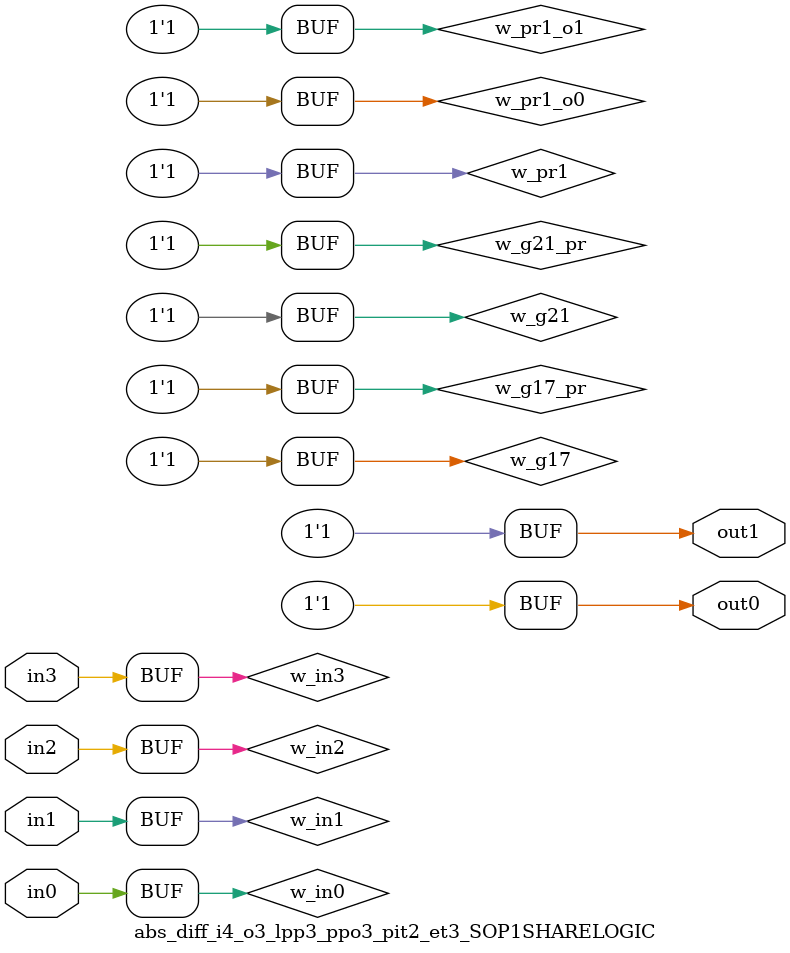
<source format=v>
module abs_diff_i4_o3_lpp3_ppo3_pit2_et3_SOP1SHARELOGIC (in0, in1, in2, in3, out0, out1);
// declaring inputs
input in0,  in1,  in2,  in3;
// declaring outputs
output out0,  out1;
// JSON model input
wire w_in3, w_in2, w_in1, w_in0;
// JSON model output
wire w_g17, w_g21;
//json model
wire w_g17_pr, w_g21_pr, w_pr0_o0, w_pr1_o0, w_pr0_o1, w_pr1_o1, w_pr0, w_pr1;
// JSON model input assign
assign w_in3 = in3;
assign w_in2 = in2;
assign w_in1 = in1;
assign w_in0 = in0;

//json model assigns (approximated Shared/XPAT part)
//assign literals to products
assign w_pr0 = w_in0 & w_in3;
assign w_pr1 = 1;
//if a product has literals and if the product is being "activated" for that output
assign w_pr0_o0 = w_pr0 & 1;
assign w_pr1_o0 = w_pr1 & 1;
assign w_pr0_o1 = w_pr0 & 0;
assign w_pr1_o1 = w_pr1 & 1;
//compose an output with corresponding products (OR)
assign w_g17 = w_pr0_o0 | w_pr1_o0;
assign w_g21 = w_pr0_o1 | w_pr1_o1;
//if an output has products and if it is part of the JSON model
assign w_g17_pr = w_g17 & 1;
assign w_g21_pr = w_g21 & 1;
// output assigns
assign out0 = w_g17_pr;
assign out1 = w_g21_pr;
endmodule
</source>
